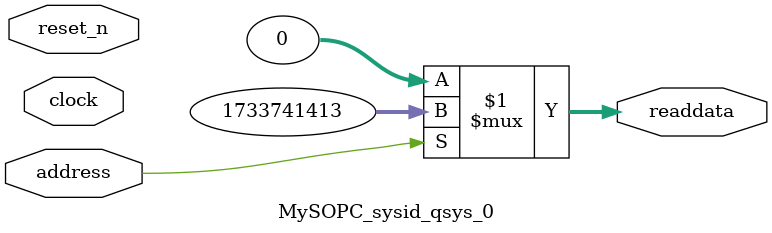
<source format=v>



// synthesis translate_off
`timescale 1ns / 1ps
// synthesis translate_on

// turn off superfluous verilog processor warnings 
// altera message_level Level1 
// altera message_off 10034 10035 10036 10037 10230 10240 10030 

module MySOPC_sysid_qsys_0 (
               // inputs:
                address,
                clock,
                reset_n,

               // outputs:
                readdata
             )
;

  output  [ 31: 0] readdata;
  input            address;
  input            clock;
  input            reset_n;

  wire    [ 31: 0] readdata;
  //control_slave, which is an e_avalon_slave
  assign readdata = address ? 1733741413 : 0;

endmodule



</source>
